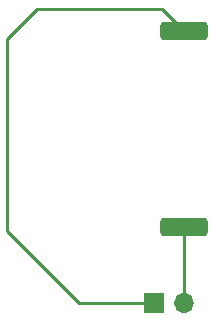
<source format=gbr>
%TF.GenerationSoftware,KiCad,Pcbnew,(6.0.7)*%
%TF.CreationDate,2022-11-28T19:40:44-08:00*%
%TF.ProjectId,as01808ao-enclosure,61733031-3830-4386-916f-2d656e636c6f,rev?*%
%TF.SameCoordinates,Original*%
%TF.FileFunction,Copper,L1,Top*%
%TF.FilePolarity,Positive*%
%FSLAX46Y46*%
G04 Gerber Fmt 4.6, Leading zero omitted, Abs format (unit mm)*
G04 Created by KiCad (PCBNEW (6.0.7)) date 2022-11-28 19:40:44*
%MOMM*%
%LPD*%
G01*
G04 APERTURE LIST*
G04 Aperture macros list*
%AMRoundRect*
0 Rectangle with rounded corners*
0 $1 Rounding radius*
0 $2 $3 $4 $5 $6 $7 $8 $9 X,Y pos of 4 corners*
0 Add a 4 corners polygon primitive as box body*
4,1,4,$2,$3,$4,$5,$6,$7,$8,$9,$2,$3,0*
0 Add four circle primitives for the rounded corners*
1,1,$1+$1,$2,$3*
1,1,$1+$1,$4,$5*
1,1,$1+$1,$6,$7*
1,1,$1+$1,$8,$9*
0 Add four rect primitives between the rounded corners*
20,1,$1+$1,$2,$3,$4,$5,0*
20,1,$1+$1,$4,$5,$6,$7,0*
20,1,$1+$1,$6,$7,$8,$9,0*
20,1,$1+$1,$8,$9,$2,$3,0*%
G04 Aperture macros list end*
%TA.AperFunction,SMDPad,CuDef*%
%ADD10RoundRect,0.320000X-1.680000X-0.480000X1.680000X-0.480000X1.680000X0.480000X-1.680000X0.480000X0*%
%TD*%
%TA.AperFunction,ComponentPad*%
%ADD11R,1.700000X1.700000*%
%TD*%
%TA.AperFunction,ComponentPad*%
%ADD12O,1.700000X1.700000*%
%TD*%
%TA.AperFunction,Conductor*%
%ADD13C,0.250000*%
%TD*%
G04 APERTURE END LIST*
D10*
%TO.P,U1,1,+*%
%TO.N,Net-(J1-Pad1)*%
X171238000Y-83140000D03*
%TO.P,U1,2,-*%
%TO.N,Net-(J1-Pad2)*%
X171238000Y-99740000D03*
%TD*%
D11*
%TO.P,J1,1,Pin_1*%
%TO.N,Net-(J1-Pad1)*%
X168656000Y-106172000D03*
D12*
%TO.P,J1,2,Pin_2*%
%TO.N,Net-(J1-Pad2)*%
X171196000Y-106172000D03*
%TD*%
D13*
%TO.N,Net-(J1-Pad1)*%
X158750000Y-81280000D02*
X169378000Y-81280000D01*
X162306000Y-106172000D02*
X156210000Y-100076000D01*
X168656000Y-106172000D02*
X162306000Y-106172000D01*
X156210000Y-100076000D02*
X156210000Y-83820000D01*
X156210000Y-83820000D02*
X158750000Y-81280000D01*
X169378000Y-81280000D02*
X171238000Y-83140000D01*
%TO.N,Net-(J1-Pad2)*%
X171196000Y-99782000D02*
X171196000Y-106172000D01*
%TD*%
M02*

</source>
